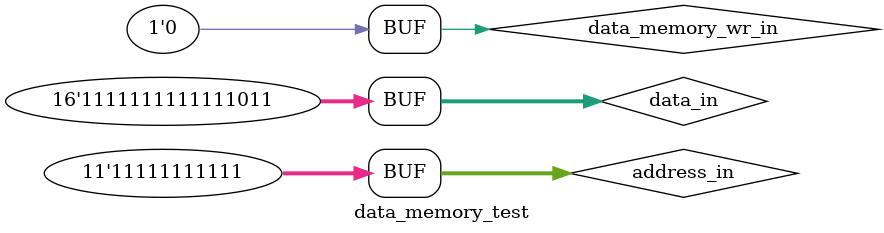
<source format=sv>
`timescale 1 ns / 10 ps

module data_memory_test#(
        DATA_WIDTH = 16,
        ADDRESS_WIDTH = 11
    );

    logic [DATA_WIDTH - 1:0] data_in;
    logic [ADDRESS_WIDTH - 1:0] address_in;
    logic data_memory_wr_in;
    logic clock_in;
    logic [DATA_WIDTH - 1:0] data_out;

    clock_generator GCLOCK(clock_in);

    data_memory data_memory0(
        .data_in(data_in),
        .address_in(address_in),
        .data_memory_wr_in(data_memory_wr_in),
        .clock_in(clock_in),
        .data_out(data_out)
    );

    initial 
    begin
        data_in = 16'b0000000000000001;
        address_in = 11'b00000000000; 
        data_memory_wr_in = 1'b0;
        #1 data_memory_wr_in = 1'b1;
        #2 data_in = 16'b0000000000000101;
           address_in = 11'b01111111111;
        #2 data_in = 16'b1111111111111111;
           address_in = 11'b10000000000;
        #2 data_in = 16'b1111111111111011;
           address_in = 11'b11111111111;
        #2 data_memory_wr_in = 1'b0;
           address_in = 11'b00000000000;
        #1 address_in = 11'b01111111111;
        #1 address_in = 11'b10000000000;
        #1 address_in = 11'b11111111111;
    end

endmodule
</source>
